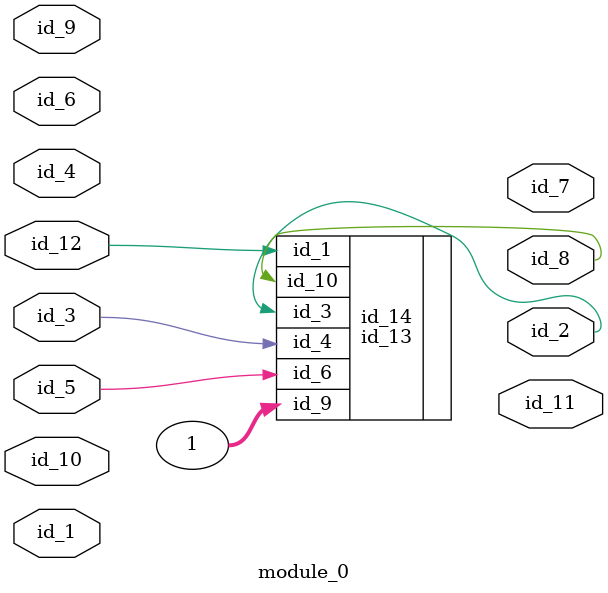
<source format=v>
module module_0 (
    id_1,
    id_2,
    id_3,
    id_4,
    id_5,
    id_6,
    id_7,
    id_8,
    id_9,
    id_10,
    id_11,
    id_12
);
  input id_12;
  output id_11;
  input id_10;
  input id_9;
  output id_8;
  output id_7;
  input id_6;
  input id_5;
  input id_4;
  input id_3;
  output id_2;
  input id_1;
  id_13 id_14 (
      .id_9 (1),
      .id_1 (id_12),
      .id_4 (id_3),
      .id_3 (id_2),
      .id_6 (id_5),
      .id_10(id_10),
      .id_10(id_8)
  );
endmodule

</source>
